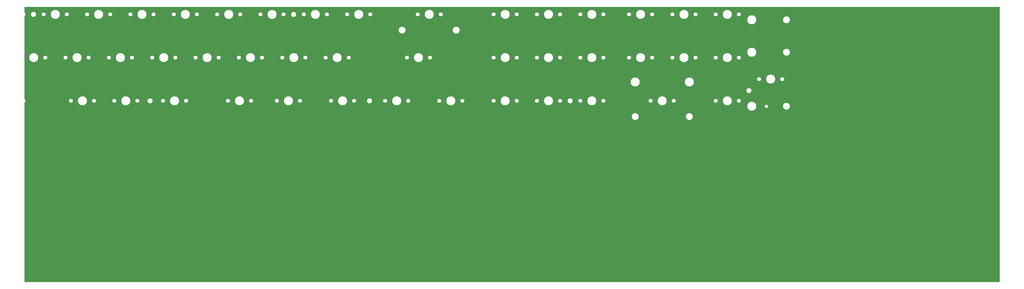
<source format=gto>
%TF.GenerationSoftware,KiCad,Pcbnew,7.0.2*%
%TF.CreationDate,2023-05-18T15:06:11-05:00*%
%TF.ProjectId,Touch_Keyboard_10x12_Matrix,546f7563-685f-44b6-9579-626f6172645f,rev?*%
%TF.SameCoordinates,Original*%
%TF.FileFunction,Legend,Top*%
%TF.FilePolarity,Positive*%
%FSLAX46Y46*%
G04 Gerber Fmt 4.6, Leading zero omitted, Abs format (unit mm)*
G04 Created by KiCad (PCBNEW 7.0.2) date 2023-05-18 15:06:11*
%MOMM*%
%LPD*%
G01*
G04 APERTURE LIST*
%ADD10C,0.120000*%
%ADD11C,1.750000*%
%ADD12C,3.987800*%
%ADD13C,3.048000*%
%ADD14C,2.200000*%
%ADD15C,1.400000*%
%ADD16R,2.000000X2.000000*%
%ADD17C,2.000000*%
%ADD18C,0.800000*%
%ADD19O,1.000000X2.100000*%
%ADD20O,1.000000X1.800000*%
G04 APERTURE END LIST*
D10*
X176276000Y-102489000D02*
X604774000Y-102489000D01*
X604774000Y-223774000D01*
X176276000Y-223774000D01*
X176276000Y-102489000D01*
G36*
X176276000Y-102489000D02*
G01*
X604774000Y-102489000D01*
X604774000Y-223774000D01*
X176276000Y-223774000D01*
X176276000Y-102489000D01*
G37*
%LPC*%
D11*
X175209200Y-124841000D03*
D12*
X180289200Y-124841000D03*
D11*
X185369200Y-124841000D03*
X265696700Y-67691000D03*
D12*
X270776700Y-67691000D03*
D11*
X275856700Y-67691000D03*
X401427950Y-124841000D03*
D12*
X406507950Y-124841000D03*
D11*
X411587950Y-124841000D03*
X299034200Y-105791000D03*
D12*
X304114200Y-105791000D03*
D11*
X309194200Y-105791000D03*
X334752950Y-143891000D03*
D12*
X339832950Y-143891000D03*
D11*
X344912950Y-143891000D03*
X401427950Y-86741000D03*
D12*
X406507950Y-86741000D03*
D11*
X411587950Y-86741000D03*
X141871700Y-86741000D03*
D12*
X146951700Y-86741000D03*
D11*
X152031700Y-86741000D03*
X196640450Y-143891000D03*
D12*
X201720450Y-143891000D03*
D11*
X206800450Y-143891000D03*
X96627950Y-143891000D03*
D12*
X101707950Y-143891000D03*
D11*
X106787950Y-143891000D03*
X151396700Y-67691000D03*
D12*
X156476700Y-67691000D03*
D11*
X161556700Y-67691000D03*
X322846700Y-46259750D03*
D12*
X327926700Y-46259750D03*
D11*
X333006700Y-46259750D03*
X260934200Y-105791000D03*
D12*
X266014200Y-105791000D03*
D11*
X271094200Y-105791000D03*
X401427950Y-67691000D03*
D12*
X406507950Y-67691000D03*
D11*
X411587950Y-67691000D03*
X113296700Y-67691000D03*
D12*
X118376700Y-67691000D03*
D11*
X123456700Y-67691000D03*
X284746700Y-46259750D03*
D12*
X289826700Y-46259750D03*
D11*
X294906700Y-46259750D03*
X275221700Y-86741000D03*
D12*
X280301700Y-86741000D03*
D11*
X285381700Y-86741000D03*
X420477950Y-143891000D03*
D12*
X425557950Y-143891000D03*
D11*
X430637950Y-143891000D03*
X132346700Y-46259750D03*
D12*
X137426700Y-46259750D03*
D11*
X142506700Y-46259750D03*
X420477950Y-46259750D03*
D12*
X425557950Y-46259750D03*
D11*
X430637950Y-46259750D03*
X401427950Y-105791000D03*
D12*
X406507950Y-105791000D03*
D11*
X411587950Y-105791000D03*
X480009200Y-67691000D03*
D12*
X485089200Y-67691000D03*
D11*
X490169200Y-67691000D03*
X146634200Y-105791000D03*
D12*
X151714200Y-105791000D03*
D11*
X156794200Y-105791000D03*
X499059200Y-96266000D03*
D12*
X504139200Y-96266000D03*
D11*
X509219200Y-96266000D03*
X113296700Y-46259750D03*
D12*
X118376700Y-46259750D03*
D11*
X123456700Y-46259750D03*
D13*
X366026700Y-112776000D03*
D12*
X366026700Y-97536000D03*
D13*
X342214200Y-112776000D03*
D12*
X342214200Y-97536000D03*
D11*
X241884200Y-105791000D03*
D12*
X246964200Y-105791000D03*
D11*
X252044200Y-105791000D03*
X194259200Y-124841000D03*
D12*
X199339200Y-124841000D03*
D11*
X204419200Y-124841000D03*
X341896700Y-46259750D03*
D12*
X346976700Y-46259750D03*
D11*
X352056700Y-46259750D03*
X294271700Y-86741000D03*
D12*
X299351700Y-86741000D03*
D11*
X304431700Y-86741000D03*
X227596700Y-46259750D03*
D12*
X232676700Y-46259750D03*
D11*
X237756700Y-46259750D03*
D13*
X123139200Y-131826000D03*
D12*
X123139200Y-116586000D03*
D13*
X99326700Y-131826000D03*
D12*
X99326700Y-116586000D03*
D11*
X382377950Y-46259750D03*
D12*
X387457950Y-46259750D03*
D11*
X392537950Y-46259750D03*
X356184200Y-86741000D03*
D12*
X361264200Y-86741000D03*
D11*
X366344200Y-86741000D03*
X222834200Y-105791000D03*
D12*
X227914200Y-105791000D03*
D11*
X232994200Y-105791000D03*
X165684200Y-105791000D03*
D12*
X170764200Y-105791000D03*
D11*
X175844200Y-105791000D03*
X480009200Y-86741000D03*
D12*
X485089200Y-86741000D03*
D11*
X490169200Y-86741000D03*
X382377950Y-67691000D03*
D12*
X387457950Y-67691000D03*
D11*
X392537950Y-67691000D03*
X382377950Y-143891000D03*
D12*
X387457950Y-143891000D03*
D11*
X392537950Y-143891000D03*
X480009200Y-143891000D03*
D12*
X485089200Y-143891000D03*
D11*
X490169200Y-143891000D03*
X382377950Y-105791000D03*
D12*
X387457950Y-105791000D03*
D11*
X392537950Y-105791000D03*
X480009200Y-124841000D03*
D12*
X485089200Y-124841000D03*
D11*
X490169200Y-124841000D03*
D13*
X368420650Y-74676000D03*
D12*
X368420650Y-59436000D03*
D13*
X344608150Y-74676000D03*
D12*
X344608150Y-59436000D03*
D11*
X360946700Y-46259750D03*
D12*
X366026700Y-46259750D03*
D11*
X371106700Y-46259750D03*
X122821700Y-86741000D03*
D12*
X127901700Y-86741000D03*
D11*
X132981700Y-86741000D03*
X170446700Y-67691000D03*
D12*
X175526700Y-67691000D03*
D11*
X180606700Y-67691000D03*
X382377950Y-124841000D03*
D12*
X387457950Y-124841000D03*
D11*
X392537950Y-124841000D03*
X318084200Y-105791000D03*
D12*
X323164200Y-105791000D03*
D11*
X328244200Y-105791000D03*
X322846700Y-67691000D03*
D12*
X327926700Y-67691000D03*
D11*
X333006700Y-67691000D03*
X460959200Y-86741000D03*
D12*
X466039200Y-86741000D03*
D11*
X471119200Y-86741000D03*
X441909200Y-67691000D03*
D12*
X446989200Y-67691000D03*
D11*
X452069200Y-67691000D03*
X218071700Y-86741000D03*
D12*
X223151700Y-86741000D03*
D11*
X228231700Y-86741000D03*
X310940450Y-143891000D03*
D12*
X316020450Y-143891000D03*
D11*
X321100450Y-143891000D03*
X289509200Y-124841000D03*
D12*
X294589200Y-124841000D03*
D11*
X299669200Y-124841000D03*
X170446700Y-46259750D03*
D12*
X175526700Y-46259750D03*
D11*
X180606700Y-46259750D03*
D13*
X511124200Y-122459750D03*
D12*
X495884200Y-122459750D03*
D13*
X511124200Y-146272250D03*
D12*
X495884200Y-146272250D03*
D11*
X199021700Y-86741000D03*
D12*
X204101700Y-86741000D03*
D11*
X209181700Y-86741000D03*
X232359200Y-124841000D03*
D12*
X237439200Y-124841000D03*
D11*
X242519200Y-124841000D03*
D13*
X511124200Y-84359750D03*
D12*
X495884200Y-84359750D03*
D13*
X511124200Y-108172250D03*
D12*
X495884200Y-108172250D03*
D11*
X308559200Y-124841000D03*
D12*
X313639200Y-124841000D03*
D11*
X318719200Y-124841000D03*
X401427950Y-46259750D03*
D12*
X406507950Y-46259750D03*
D11*
X411587950Y-46259750D03*
X215690450Y-143891000D03*
D12*
X220770450Y-143891000D03*
D11*
X225850450Y-143891000D03*
X344277950Y-124841000D03*
D12*
X349357950Y-124841000D03*
D11*
X354437950Y-124841000D03*
X499059200Y-46259750D03*
D12*
X504139200Y-46259750D03*
D11*
X509219200Y-46259750D03*
D13*
X468420450Y-150876000D03*
D12*
X468420450Y-135636000D03*
D13*
X444607950Y-150876000D03*
D12*
X444607950Y-135636000D03*
D11*
X441909200Y-124841000D03*
D12*
X446989200Y-124841000D03*
D11*
X452069200Y-124841000D03*
X160921700Y-86741000D03*
D12*
X166001700Y-86741000D03*
D11*
X171081700Y-86741000D03*
X144252950Y-143891000D03*
D12*
X149332950Y-143891000D03*
D11*
X154412950Y-143891000D03*
X213309200Y-124841000D03*
D12*
X218389200Y-124841000D03*
D11*
X223469200Y-124841000D03*
X165684200Y-143891000D03*
D12*
X170764200Y-143891000D03*
D11*
X175844200Y-143891000D03*
X251409200Y-124841000D03*
D12*
X256489200Y-124841000D03*
D11*
X261569200Y-124841000D03*
X189496700Y-46259750D03*
D12*
X194576700Y-46259750D03*
D11*
X199656700Y-46259750D03*
X441909200Y-86741000D03*
D12*
X446989200Y-86741000D03*
D11*
X452069200Y-86741000D03*
X420477950Y-86741000D03*
D12*
X425557950Y-86741000D03*
D11*
X430637950Y-86741000D03*
X179971700Y-86741000D03*
D12*
X185051700Y-86741000D03*
D11*
X190131700Y-86741000D03*
X237121700Y-143891000D03*
D12*
X242201700Y-143891000D03*
D11*
X247281700Y-143891000D03*
X246646700Y-46259750D03*
D12*
X251726700Y-46259750D03*
D11*
X256806700Y-46259750D03*
X420477950Y-124841000D03*
D12*
X425557950Y-124841000D03*
D11*
X430637950Y-124841000D03*
X203784200Y-105791000D03*
D12*
X208864200Y-105791000D03*
D11*
X213944200Y-105791000D03*
X151396700Y-46259750D03*
D12*
X156476700Y-46259750D03*
D11*
X161556700Y-46259750D03*
X265696700Y-46259750D03*
D12*
X270776700Y-46259750D03*
D11*
X275856700Y-46259750D03*
X499059200Y-134366000D03*
D12*
X504139200Y-134366000D03*
D11*
X509219200Y-134366000D03*
X132346700Y-67691000D03*
D12*
X137426700Y-67691000D03*
D11*
X142506700Y-67691000D03*
X208546700Y-67691000D03*
D12*
X213626700Y-67691000D03*
D11*
X218706700Y-67691000D03*
X287127950Y-143891000D03*
D12*
X292207950Y-143891000D03*
D11*
X297287950Y-143891000D03*
X94240350Y-46259750D03*
D12*
X99320350Y-46259750D03*
D11*
X104400350Y-46259750D03*
X106152950Y-124841000D03*
D12*
X111232950Y-124841000D03*
D11*
X116312950Y-124841000D03*
X94246700Y-67691000D03*
D12*
X99326700Y-67691000D03*
D11*
X104406700Y-67691000D03*
X120440450Y-143891000D03*
D12*
X125520450Y-143891000D03*
D11*
X130600450Y-143891000D03*
X303796700Y-67691000D03*
D12*
X308876700Y-67691000D03*
D11*
X313956700Y-67691000D03*
X451434200Y-143891000D03*
D12*
X456514200Y-143891000D03*
D11*
X461594200Y-143891000D03*
X284746700Y-67691000D03*
D12*
X289826700Y-67691000D03*
D11*
X294906700Y-67691000D03*
X460959200Y-124841000D03*
D12*
X466039200Y-124841000D03*
D11*
X471119200Y-124841000D03*
X246646700Y-67691000D03*
D12*
X251726700Y-67691000D03*
D11*
X256806700Y-67691000D03*
X189496700Y-67691000D03*
D12*
X194576700Y-67691000D03*
D11*
X199656700Y-67691000D03*
X99009200Y-86741000D03*
D12*
X104089200Y-86741000D03*
D11*
X109169200Y-86741000D03*
X460959200Y-105791000D03*
D12*
X466039200Y-105791000D03*
D11*
X471119200Y-105791000D03*
X460959200Y-46259750D03*
D12*
X466039200Y-46259750D03*
D11*
X471119200Y-46259750D03*
X420477950Y-67691000D03*
D12*
X425557950Y-67691000D03*
D11*
X430637950Y-67691000D03*
X460959200Y-67691000D03*
D12*
X466039200Y-67691000D03*
D11*
X471119200Y-67691000D03*
X137109200Y-124841000D03*
D12*
X142189200Y-124841000D03*
D11*
X147269200Y-124841000D03*
X279984200Y-105791000D03*
D12*
X285064200Y-105791000D03*
D11*
X290144200Y-105791000D03*
X208546700Y-46259750D03*
D12*
X213626700Y-46259750D03*
D11*
X218706700Y-46259750D03*
X101390450Y-105791000D03*
D12*
X106470450Y-105791000D03*
D11*
X111550450Y-105791000D03*
X480009200Y-46259750D03*
D12*
X485089200Y-46259750D03*
D11*
X490169200Y-46259750D03*
X332371700Y-86741000D03*
D12*
X337451700Y-86741000D03*
D11*
X342531700Y-86741000D03*
X499059200Y-67691000D03*
D12*
X504139200Y-67691000D03*
D11*
X509219200Y-67691000D03*
X401427950Y-143891000D03*
D12*
X406507950Y-143891000D03*
D11*
X411587950Y-143891000D03*
X127584200Y-105791000D03*
D12*
X132664200Y-105791000D03*
D11*
X137744200Y-105791000D03*
X237121700Y-86741000D03*
D12*
X242201700Y-86741000D03*
D11*
X247281700Y-86741000D03*
X480009200Y-105791000D03*
D12*
X485089200Y-105791000D03*
D11*
X490169200Y-105791000D03*
X441909200Y-46259750D03*
D12*
X446989200Y-46259750D03*
D11*
X452069200Y-46259750D03*
X265696700Y-143891000D03*
D12*
X270776700Y-143891000D03*
D11*
X275856700Y-143891000D03*
X351421700Y-67691000D03*
D12*
X356501700Y-67691000D03*
D11*
X361581700Y-67691000D03*
X256171700Y-86741000D03*
D12*
X261251700Y-86741000D03*
D11*
X266331700Y-86741000D03*
X303796700Y-46259750D03*
D12*
X308876700Y-46259750D03*
D11*
X313956700Y-46259750D03*
X156159200Y-124841000D03*
D12*
X161239200Y-124841000D03*
D11*
X166319200Y-124841000D03*
X349040450Y-105791000D03*
D12*
X354120450Y-105791000D03*
D11*
X359200450Y-105791000D03*
X227596700Y-67691000D03*
D12*
X232676700Y-67691000D03*
D11*
X237756700Y-67691000D03*
X420477950Y-105791000D03*
D12*
X425557950Y-105791000D03*
D11*
X430637950Y-105791000D03*
X441909200Y-105791000D03*
D12*
X446989200Y-105791000D03*
D11*
X452069200Y-105791000D03*
X184734200Y-105791000D03*
D12*
X189814200Y-105791000D03*
D11*
X194894200Y-105791000D03*
X270459200Y-124841000D03*
D12*
X275539200Y-124841000D03*
D11*
X280619200Y-124841000D03*
X313321700Y-86741000D03*
D12*
X318401700Y-86741000D03*
D11*
X323481700Y-86741000D03*
X382377950Y-86741000D03*
D12*
X387457950Y-86741000D03*
D11*
X392537950Y-86741000D03*
X358565450Y-143891000D03*
D12*
X363645450Y-143891000D03*
D11*
X368725450Y-143891000D03*
D14*
X337432650Y-48641000D03*
X494569750Y-139426950D03*
X294570150Y-105791000D03*
X456495150Y-86741000D03*
X231425750Y-143891000D03*
D15*
X276637750Y-43059350D03*
D16*
X106826700Y-43759750D03*
D17*
X106826700Y-48759750D03*
X106826700Y-46259750D03*
X92326700Y-48759750D03*
X92326700Y-43759750D03*
D14*
X180270150Y-105791000D03*
X108832650Y-67691000D03*
D18*
X370058950Y-81819750D03*
D14*
X261232650Y-67691000D03*
X396982950Y-86741000D03*
X92163900Y-124841000D03*
D15*
X502291350Y-146335750D03*
D14*
X494620550Y-67691000D03*
D15*
X92163900Y-146272250D03*
D14*
X185032650Y-48641000D03*
X327907650Y-143891000D03*
D19*
X123674950Y-41135150D03*
D20*
X123674950Y-36955150D03*
D19*
X132314950Y-41135150D03*
D20*
X132314950Y-36955150D03*
D16*
X511639200Y-43759750D03*
D17*
X511639200Y-48759750D03*
X511639200Y-46259750D03*
X497139200Y-48759750D03*
X497139200Y-43759750D03*
D14*
X160077150Y-143891000D03*
X416013900Y-143891000D03*
%LPD*%
M02*

</source>
